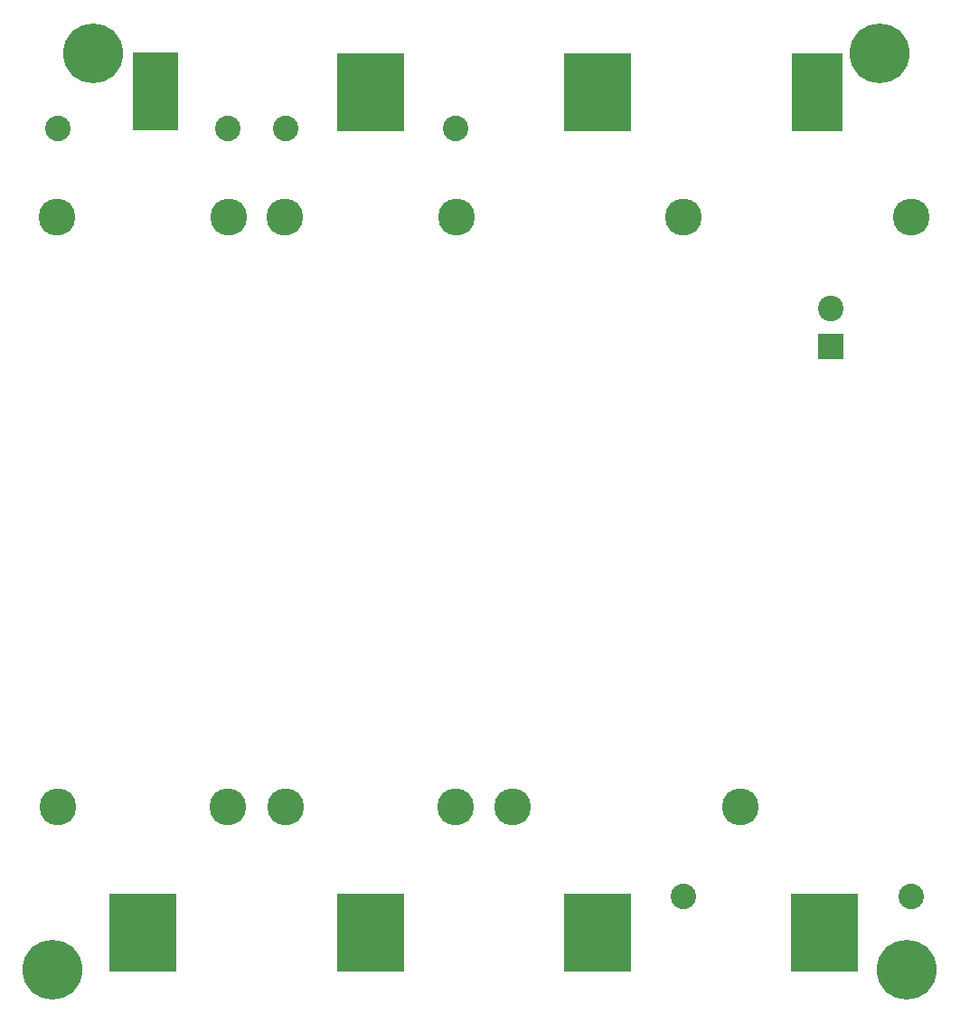
<source format=gbr>
%TF.GenerationSoftware,KiCad,Pcbnew,6.0.9*%
%TF.CreationDate,2022-12-12T20:01:49-05:00*%
%TF.ProjectId,piridium-eps,70697269-6469-4756-9d2d-6570732e6b69,rev?*%
%TF.SameCoordinates,Original*%
%TF.FileFunction,Soldermask,Bot*%
%TF.FilePolarity,Negative*%
%FSLAX46Y46*%
G04 Gerber Fmt 4.6, Leading zero omitted, Abs format (unit mm)*
G04 Created by KiCad (PCBNEW 6.0.9) date 2022-12-12 20:01:49*
%MOMM*%
%LPD*%
G01*
G04 APERTURE LIST*
%ADD10C,5.600000*%
%ADD11C,2.390000*%
%ADD12C,3.450000*%
%ADD13R,2.400000X2.400000*%
%ADD14C,2.400000*%
%ADD15R,6.350000X7.340000*%
%ADD16R,4.699000X7.340000*%
%ADD17R,4.318000X7.340000*%
G04 APERTURE END LIST*
D10*
%TO.C,MH1*%
X110490000Y-55880000D03*
%TD*%
%TO.C,MH2*%
X184150000Y-55880000D03*
%TD*%
%TO.C,MH3*%
X186690000Y-141610000D03*
%TD*%
%TO.C,MH4*%
X106680000Y-141610000D03*
%TD*%
D11*
%TO.C,BT6*%
X123062000Y-62876000D03*
D12*
X123062000Y-126406000D03*
X107062000Y-71206000D03*
%TD*%
D13*
%TO.C,J1*%
X179578000Y-83256000D03*
D14*
X179578000Y-79756000D03*
%TD*%
D12*
%TO.C,BT5*%
X128398000Y-71206000D03*
D11*
X144398000Y-62876000D03*
D12*
X144398000Y-126406000D03*
%TD*%
D11*
%TO.C,BT3*%
X187070000Y-134736000D03*
D12*
X171070000Y-126406000D03*
X187070000Y-71206000D03*
D15*
X178943000Y-138176000D03*
D16*
X178244500Y-59476000D03*
%TD*%
D12*
%TO.C,BT2*%
X123132000Y-71206000D03*
X107132000Y-126406000D03*
D11*
X107132000Y-62876000D03*
D17*
X116275000Y-59436000D03*
D15*
X115132000Y-138136000D03*
%TD*%
D11*
%TO.C,BT4*%
X128468000Y-62876000D03*
D12*
X128468000Y-126406000D03*
X144468000Y-71206000D03*
D15*
X136468000Y-59476000D03*
X136468000Y-138136000D03*
%TD*%
D12*
%TO.C,BT1*%
X149734000Y-126406000D03*
X165734000Y-71206000D03*
D11*
X165734000Y-134736000D03*
D15*
X157734000Y-138136000D03*
X157734000Y-59476000D03*
%TD*%
M02*

</source>
